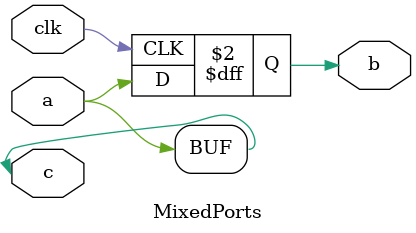
<source format=sv>
`define ENABLE

module MixedPorts(
  input logic clk,
  input logic a,
  output logic b,
  inout logic c
);

  // Continuous assignment connecting inout port to internal signal
  assign c = a;

`ifdef ENABLE
  always_ff @(posedge clk) begin
    b <= a;
  end
`endif

endmodule
</source>
